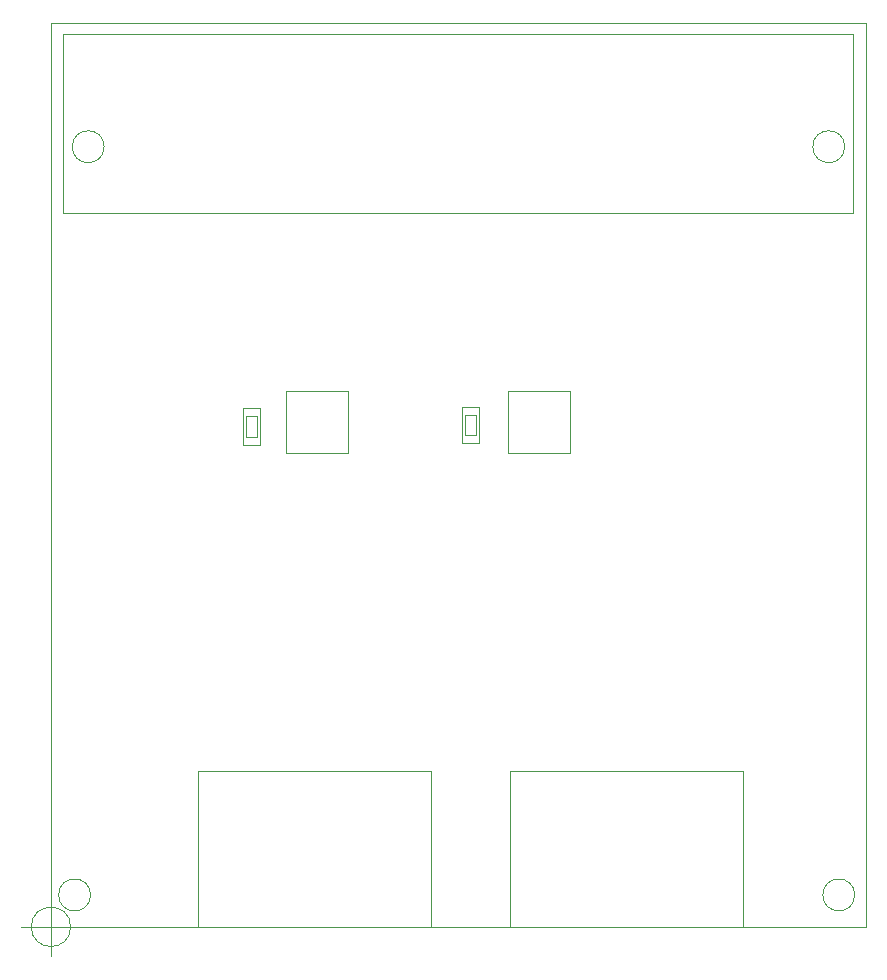
<source format=gbr>
G04 #@! TF.GenerationSoftware,KiCad,Pcbnew,(6.0.4-0)*
G04 #@! TF.CreationDate,2022-11-09T17:11:16+01:00*
G04 #@! TF.ProjectId,adapter_hybrid_assistor_hpc_2HDMI,61646170-7465-4725-9f68-79627269645f,rev?*
G04 #@! TF.SameCoordinates,Original*
G04 #@! TF.FileFunction,Other,User*
%FSLAX46Y46*%
G04 Gerber Fmt 4.6, Leading zero omitted, Abs format (unit mm)*
G04 Created by KiCad (PCBNEW (6.0.4-0)) date 2022-11-09 17:11:16*
%MOMM*%
%LPD*%
G01*
G04 APERTURE LIST*
G04 #@! TA.AperFunction,Profile*
%ADD10C,0.100000*%
G04 #@! TD*
G04 #@! TA.AperFunction,Profile*
%ADD11C,0.050000*%
G04 #@! TD*
%ADD12C,0.001000*%
%ADD13C,0.050000*%
%ADD14C,0.100000*%
G04 APERTURE END LIST*
D10*
X100000000Y-100000000D02*
X100000000Y-176500000D01*
X100000000Y-176500000D02*
X169000000Y-176500000D01*
X169000000Y-100000000D02*
X169000000Y-176500000D01*
X100000000Y-100000000D02*
X169000000Y-100000000D01*
D11*
X168050000Y-173800000D02*
G75*
G03*
X168050000Y-173800000I-1350000J0D01*
G01*
X103350000Y-173800000D02*
G75*
G03*
X103350000Y-173800000I-1350000J0D01*
G01*
X104500000Y-110450000D02*
G75*
G03*
X104500000Y-110450000I-1350000J0D01*
G01*
X167200000Y-110450000D02*
G75*
G03*
X167200000Y-110450000I-1350000J0D01*
G01*
X101666666Y-176500000D02*
G75*
G03*
X101666666Y-176500000I-1666666J0D01*
G01*
X97500000Y-176500000D02*
X102500000Y-176500000D01*
X100000000Y-174000000D02*
X100000000Y-179000000D01*
X101666666Y-176500000D02*
G75*
G03*
X101666666Y-176500000I-1666666J0D01*
G01*
X97500000Y-176500000D02*
X102500000Y-176500000D01*
X100000000Y-174000000D02*
X100000000Y-179000000D01*
X101666666Y-176500000D02*
G75*
G03*
X101666666Y-176500000I-1666666J0D01*
G01*
X97500000Y-176500000D02*
X102500000Y-176500000D01*
X100000000Y-174000000D02*
X100000000Y-179000000D01*
D12*
X117442000Y-135025000D02*
X117442000Y-133275000D01*
X116492000Y-133275000D02*
X116492000Y-135025000D01*
X116492000Y-135025000D02*
X117442000Y-135025000D01*
D13*
X116217000Y-135700000D02*
X117717000Y-135700000D01*
X116217000Y-132600000D02*
X116217000Y-135700000D01*
D12*
X117442000Y-133275000D02*
X116492000Y-133275000D01*
D13*
X117717000Y-132600000D02*
X116217000Y-132600000D01*
X117717000Y-135700000D02*
X117717000Y-132600000D01*
X167933000Y-116048000D02*
X101053000Y-116048000D01*
X101053000Y-100868000D02*
X101053000Y-116048000D01*
X167933000Y-116048000D02*
X167933000Y-100868000D01*
X101053000Y-100868000D02*
X167933000Y-100868000D01*
D14*
X158565000Y-176526000D02*
X138869000Y-176526000D01*
X138869000Y-163326000D02*
X158565000Y-163326000D01*
X138869000Y-176526000D02*
X138869000Y-163326000D01*
X158565000Y-163326000D02*
X158565000Y-176526000D01*
X112453000Y-163326000D02*
X132149000Y-163326000D01*
X132149000Y-176526000D02*
X112453000Y-176526000D01*
X112453000Y-176526000D02*
X112453000Y-163326000D01*
X132149000Y-163326000D02*
X132149000Y-176526000D01*
D13*
X125180000Y-131106000D02*
X125180000Y-136356000D01*
X119930000Y-131106000D02*
X125180000Y-131106000D01*
X119930000Y-136356000D02*
X119930000Y-131106000D01*
X125180000Y-136356000D02*
X119930000Y-136356000D01*
X138726000Y-136356000D02*
X138726000Y-131106000D01*
X143976000Y-131106000D02*
X143976000Y-136356000D01*
X138726000Y-131106000D02*
X143976000Y-131106000D01*
X143976000Y-136356000D02*
X138726000Y-136356000D01*
D12*
X135984000Y-133148000D02*
X135034000Y-133148000D01*
D13*
X134759000Y-132473000D02*
X134759000Y-135573000D01*
X134759000Y-135573000D02*
X136259000Y-135573000D01*
D12*
X135034000Y-133148000D02*
X135034000Y-134898000D01*
X135984000Y-134898000D02*
X135984000Y-133148000D01*
X135034000Y-134898000D02*
X135984000Y-134898000D01*
D13*
X136259000Y-135573000D02*
X136259000Y-132473000D01*
X136259000Y-132473000D02*
X134759000Y-132473000D01*
M02*

</source>
